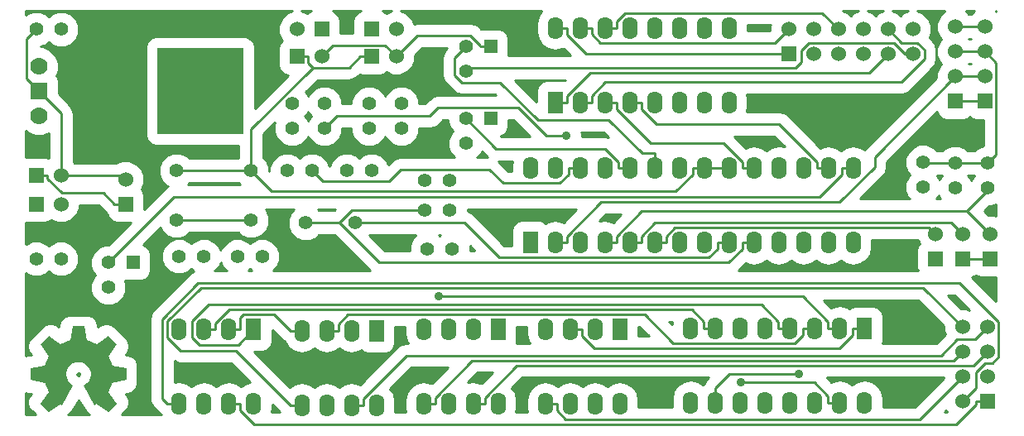
<source format=gtl>
G04 (created by PCBNEW (2013-jul-07)-stable) date 2014年08月03日 (週日) 21時30分56秒*
%MOIN*%
G04 Gerber Fmt 3.4, Leading zero omitted, Abs format*
%FSLAX34Y34*%
G01*
G70*
G90*
G04 APERTURE LIST*
%ADD10C,0.00590551*%
%ADD11R,0.06X0.06*%
%ADD12C,0.06*%
%ADD13C,0.055*%
%ADD14O,0.062X0.09*%
%ADD15R,0.062X0.09*%
%ADD16R,0.35X0.35*%
%ADD17C,0.07*%
%ADD18R,0.07X0.07*%
%ADD19C,0.056*%
%ADD20R,0.055X0.055*%
%ADD21C,0.035*%
%ADD22C,0.01*%
G04 APERTURE END LIST*
G54D10*
G54D11*
X43700Y-40150D03*
G54D12*
X43700Y-39150D03*
G54D13*
X45850Y-42250D03*
X46850Y-42250D03*
X48200Y-42250D03*
X49200Y-42250D03*
X55750Y-39200D03*
X56750Y-39200D03*
X55750Y-40400D03*
X56750Y-40400D03*
G54D14*
X61000Y-41700D03*
X62000Y-41700D03*
X63000Y-41700D03*
X64000Y-41700D03*
X65000Y-41700D03*
X66000Y-41700D03*
X67000Y-41700D03*
X68000Y-41700D03*
X69000Y-41700D03*
X70000Y-41700D03*
X71000Y-41700D03*
X72000Y-41700D03*
X73000Y-41700D03*
G54D15*
X60000Y-41700D03*
G54D14*
X73000Y-38700D03*
X72000Y-38700D03*
X71000Y-38700D03*
X70000Y-38700D03*
X69000Y-38700D03*
X68000Y-38700D03*
X67000Y-38700D03*
X66000Y-38700D03*
X65000Y-38700D03*
X64000Y-38700D03*
X63000Y-38700D03*
X62000Y-38700D03*
X61000Y-38700D03*
X60000Y-38700D03*
G54D11*
X40100Y-39000D03*
G54D12*
X41100Y-39000D03*
G54D11*
X40100Y-40150D03*
G54D12*
X41100Y-40150D03*
G54D11*
X77100Y-36000D03*
G54D12*
X77100Y-35000D03*
X77100Y-34000D03*
X77100Y-33000D03*
G54D11*
X78300Y-36000D03*
G54D12*
X78300Y-35000D03*
X78300Y-34000D03*
X78300Y-33000D03*
G54D11*
X78400Y-48100D03*
G54D12*
X77400Y-48100D03*
X78400Y-47100D03*
X77400Y-47100D03*
X78400Y-46100D03*
X77400Y-46100D03*
X78400Y-45100D03*
X77400Y-45100D03*
G54D11*
X70400Y-34100D03*
G54D12*
X70400Y-33100D03*
X71400Y-34100D03*
X71400Y-33100D03*
X72400Y-34100D03*
X72400Y-33100D03*
X73400Y-34100D03*
X73400Y-33100D03*
X74400Y-34100D03*
X74400Y-33100D03*
X75400Y-34100D03*
X75400Y-33100D03*
G54D11*
X51600Y-33100D03*
G54D12*
X50600Y-33100D03*
G54D11*
X53600Y-33100D03*
G54D12*
X54600Y-33100D03*
G54D13*
X40100Y-42350D03*
X41100Y-42350D03*
X75800Y-39450D03*
X75800Y-38450D03*
X77100Y-39500D03*
X77100Y-38500D03*
X78400Y-39500D03*
X78400Y-38500D03*
X55850Y-41950D03*
X56850Y-41950D03*
X41100Y-33100D03*
X40100Y-33100D03*
X51200Y-38800D03*
X50200Y-38800D03*
X53500Y-37100D03*
X53500Y-36100D03*
X54800Y-37100D03*
X54800Y-36100D03*
X53600Y-38800D03*
X52600Y-38800D03*
G54D11*
X76300Y-42350D03*
G54D12*
X76300Y-41350D03*
G54D11*
X77400Y-42350D03*
G54D12*
X77400Y-41350D03*
G54D11*
X78500Y-42350D03*
G54D12*
X78500Y-41350D03*
G54D13*
X48750Y-38800D03*
X48750Y-40800D03*
X45750Y-38800D03*
X45750Y-40800D03*
G54D16*
X46700Y-35600D03*
G54D17*
X40200Y-34600D03*
G54D18*
X40200Y-35600D03*
G54D17*
X40200Y-36600D03*
G54D15*
X53800Y-45250D03*
G54D14*
X52800Y-45250D03*
X51800Y-45250D03*
X50800Y-45250D03*
X50800Y-48250D03*
X51800Y-48250D03*
X52800Y-48250D03*
X53800Y-48250D03*
G54D15*
X58700Y-45200D03*
G54D14*
X57700Y-45200D03*
X56700Y-45200D03*
X55700Y-45200D03*
X55700Y-48200D03*
X56700Y-48200D03*
X57700Y-48200D03*
X58700Y-48200D03*
G54D15*
X63600Y-45200D03*
G54D14*
X62600Y-45200D03*
X61600Y-45200D03*
X60600Y-45200D03*
X60600Y-48200D03*
X61600Y-48200D03*
X62600Y-48200D03*
X63600Y-48200D03*
G54D15*
X73450Y-45150D03*
G54D14*
X72450Y-45150D03*
X71450Y-45150D03*
X70450Y-45150D03*
X69450Y-45150D03*
X68450Y-45150D03*
X67450Y-45150D03*
X66450Y-45150D03*
X66450Y-48150D03*
X67450Y-48150D03*
X68450Y-48150D03*
X69450Y-48150D03*
X70450Y-48150D03*
X71450Y-48150D03*
X72450Y-48150D03*
X73450Y-48150D03*
G54D15*
X48850Y-45200D03*
G54D14*
X47850Y-45200D03*
X46850Y-45200D03*
X45850Y-45200D03*
X45850Y-48200D03*
X46850Y-48200D03*
X47850Y-48200D03*
X48850Y-48200D03*
G54D19*
X50950Y-40900D03*
X52950Y-40900D03*
G54D20*
X58400Y-33800D03*
G54D13*
X57400Y-33800D03*
X57400Y-34800D03*
G54D10*
G36*
X42032Y-45065D02*
X42142Y-45655D01*
X41458Y-45655D01*
X41568Y-45065D01*
X42032Y-45065D01*
X42032Y-45065D01*
G37*
G36*
X43331Y-45796D02*
X42992Y-46291D01*
X42508Y-45807D01*
X43003Y-45468D01*
X43331Y-45796D01*
X43331Y-45796D01*
G37*
G36*
X43735Y-47232D02*
X43145Y-47342D01*
X43145Y-46658D01*
X43735Y-46768D01*
X43735Y-47232D01*
X43735Y-47232D01*
G37*
G36*
X43003Y-48531D02*
X42508Y-48192D01*
X42992Y-47708D01*
X43331Y-48203D01*
X43003Y-48531D01*
X43003Y-48531D01*
G37*
G36*
X40596Y-45468D02*
X41091Y-45807D01*
X40607Y-46291D01*
X40268Y-45796D01*
X40596Y-45468D01*
X40596Y-45468D01*
G37*
G36*
X39865Y-46768D02*
X40455Y-46658D01*
X40455Y-47342D01*
X39865Y-47232D01*
X39865Y-46768D01*
X39865Y-46768D01*
G37*
G36*
X40268Y-48203D02*
X40607Y-47708D01*
X41091Y-48192D01*
X40596Y-48531D01*
X40268Y-48203D01*
X40268Y-48203D01*
G37*
G36*
X42094Y-45606D02*
X41931Y-46508D01*
X41668Y-46508D01*
X41505Y-45606D01*
X42094Y-45606D01*
X42094Y-45606D01*
G37*
G36*
X41539Y-45599D02*
X41734Y-46495D01*
X41491Y-46595D01*
X40995Y-45825D01*
X41539Y-45599D01*
X41539Y-45599D01*
G37*
G36*
X42604Y-45825D02*
X42108Y-46595D01*
X41865Y-46495D01*
X42060Y-45599D01*
X42604Y-45825D01*
X42604Y-45825D01*
G37*
G36*
X42993Y-46223D02*
X42240Y-46745D01*
X42054Y-46559D01*
X42576Y-45806D01*
X42993Y-46223D01*
X42993Y-46223D01*
G37*
G36*
X41023Y-45806D02*
X41545Y-46559D01*
X41359Y-46745D01*
X40606Y-46223D01*
X41023Y-45806D01*
X41023Y-45806D01*
G37*
G36*
X43200Y-46739D02*
X42304Y-46934D01*
X42204Y-46691D01*
X42974Y-46195D01*
X43200Y-46739D01*
X43200Y-46739D01*
G37*
G36*
X40625Y-46195D02*
X41395Y-46691D01*
X41295Y-46934D01*
X40399Y-46739D01*
X40625Y-46195D01*
X40625Y-46195D01*
G37*
G36*
X43194Y-47294D02*
X42292Y-47131D01*
X42292Y-46868D01*
X43194Y-46705D01*
X43194Y-47294D01*
X43194Y-47294D01*
G37*
G36*
X40406Y-46705D02*
X41308Y-46868D01*
X41308Y-47131D01*
X40406Y-47294D01*
X40406Y-46705D01*
X40406Y-46705D01*
G37*
G36*
X40399Y-47260D02*
X41295Y-47065D01*
X41395Y-47308D01*
X40625Y-47804D01*
X40399Y-47260D01*
X40399Y-47260D01*
G37*
G36*
X42974Y-47804D02*
X42204Y-47308D01*
X42304Y-47065D01*
X43200Y-47260D01*
X42974Y-47804D01*
X42974Y-47804D01*
G37*
G36*
X42576Y-48193D02*
X42054Y-47440D01*
X42240Y-47254D01*
X42993Y-47776D01*
X42576Y-48193D01*
X42576Y-48193D01*
G37*
G36*
X40606Y-47776D02*
X41359Y-47254D01*
X41545Y-47440D01*
X41023Y-48193D01*
X40606Y-47776D01*
X40606Y-47776D01*
G37*
G36*
X40904Y-48077D02*
X41472Y-47372D01*
X41581Y-47445D01*
X41149Y-48241D01*
X40904Y-48077D01*
X40904Y-48077D01*
G37*
G36*
X42450Y-48241D02*
X42018Y-47445D01*
X42127Y-47372D01*
X42695Y-48077D01*
X42450Y-48241D01*
X42450Y-48241D01*
G37*
G54D20*
X44000Y-42500D03*
G54D13*
X43000Y-42500D03*
X43000Y-43500D03*
G54D20*
X58400Y-36700D03*
G54D13*
X57400Y-36700D03*
X57400Y-37700D03*
X51700Y-37100D03*
X51700Y-36100D03*
X50400Y-37100D03*
X50400Y-36100D03*
G54D15*
X61000Y-36050D03*
G54D14*
X62000Y-36050D03*
X63000Y-36050D03*
X64000Y-36050D03*
X65000Y-36050D03*
X66000Y-36050D03*
X67000Y-36050D03*
X68000Y-36050D03*
X68000Y-33050D03*
X67000Y-33050D03*
X66000Y-33050D03*
X65000Y-33050D03*
X64000Y-33050D03*
X63000Y-33050D03*
X62000Y-33050D03*
X61000Y-33050D03*
G54D11*
X50600Y-34200D03*
G54D12*
X51600Y-34200D03*
G54D11*
X53600Y-34200D03*
G54D12*
X54600Y-34200D03*
G54D21*
X70818Y-46987D03*
X61447Y-37403D03*
X68470Y-47329D03*
X56317Y-43860D03*
G54D22*
X67000Y-38700D02*
X68000Y-38700D01*
X49585Y-39635D02*
X48750Y-38800D01*
X65857Y-39635D02*
X49585Y-39635D01*
X66539Y-38953D02*
X65857Y-39635D01*
X66539Y-38700D02*
X66539Y-38953D01*
X67000Y-38700D02*
X66539Y-38700D01*
X48750Y-38800D02*
X45750Y-38800D01*
X78300Y-33000D02*
X77100Y-33000D01*
X77400Y-42350D02*
X78500Y-42350D01*
X53600Y-34200D02*
X53149Y-34200D01*
X50600Y-34200D02*
X51050Y-34200D01*
X51050Y-34466D02*
X51050Y-34200D01*
X51233Y-34650D02*
X51050Y-34466D01*
X52699Y-34650D02*
X51233Y-34650D01*
X53149Y-34200D02*
X52699Y-34650D01*
X48750Y-37133D02*
X48750Y-38800D01*
X51233Y-34650D02*
X48750Y-37133D01*
X76945Y-40895D02*
X77400Y-41350D01*
X65011Y-40895D02*
X76945Y-40895D01*
X64460Y-41446D02*
X65011Y-40895D01*
X64460Y-41700D02*
X64460Y-41446D01*
X64000Y-41700D02*
X64460Y-41700D01*
X78300Y-36000D02*
X77100Y-36000D01*
X78300Y-35000D02*
X77100Y-35000D01*
X73859Y-38240D02*
X77100Y-35000D01*
X73859Y-38656D02*
X73859Y-38240D01*
X72447Y-40067D02*
X73859Y-38656D01*
X62839Y-40067D02*
X72447Y-40067D01*
X61460Y-41446D02*
X62839Y-40067D01*
X61460Y-41700D02*
X61460Y-41446D01*
X61000Y-41700D02*
X61460Y-41700D01*
X45632Y-39867D02*
X43000Y-42500D01*
X71625Y-39867D02*
X45632Y-39867D01*
X72539Y-38953D02*
X71625Y-39867D01*
X72539Y-38700D02*
X72539Y-38953D01*
X73000Y-38700D02*
X72539Y-38700D01*
X67539Y-41700D02*
X68000Y-41700D01*
X67539Y-41953D02*
X67539Y-41700D01*
X67189Y-42303D02*
X67539Y-41953D01*
X58749Y-42303D02*
X67189Y-42303D01*
X57346Y-40900D02*
X58749Y-42303D01*
X52950Y-40900D02*
X57346Y-40900D01*
X52800Y-40400D02*
X52311Y-40889D01*
X55750Y-40400D02*
X52800Y-40400D01*
X52300Y-40900D02*
X52311Y-40889D01*
X50950Y-40900D02*
X52300Y-40900D01*
X68539Y-41700D02*
X69000Y-41700D01*
X68539Y-41953D02*
X68539Y-41700D01*
X67989Y-42503D02*
X68539Y-41953D01*
X53924Y-42503D02*
X67989Y-42503D01*
X52311Y-40889D02*
X53924Y-42503D01*
X68012Y-46987D02*
X70818Y-46987D01*
X67450Y-47550D02*
X68012Y-46987D01*
X67450Y-48150D02*
X67450Y-47550D01*
X63460Y-36050D02*
X63000Y-36050D01*
X63460Y-36308D02*
X63460Y-36050D01*
X64828Y-37677D02*
X63460Y-36308D01*
X67770Y-37677D02*
X64828Y-37677D01*
X68539Y-38446D02*
X67770Y-37677D01*
X68539Y-38700D02*
X68539Y-38446D01*
X69000Y-38700D02*
X68539Y-38700D01*
X64460Y-36050D02*
X64000Y-36050D01*
X64460Y-36308D02*
X64460Y-36050D01*
X65074Y-36922D02*
X64460Y-36308D01*
X70015Y-36922D02*
X65074Y-36922D01*
X71539Y-38446D02*
X70015Y-36922D01*
X71539Y-38700D02*
X71539Y-38446D01*
X72000Y-38700D02*
X71539Y-38700D01*
X39693Y-33506D02*
X40100Y-33100D01*
X39693Y-35093D02*
X39693Y-33506D01*
X40200Y-35600D02*
X39693Y-35093D01*
X43550Y-39000D02*
X43700Y-39150D01*
X41100Y-39000D02*
X43550Y-39000D01*
X41100Y-36500D02*
X40200Y-35600D01*
X41100Y-39000D02*
X41100Y-36500D01*
X75850Y-38500D02*
X75800Y-38450D01*
X77100Y-38500D02*
X75850Y-38500D01*
X78400Y-38500D02*
X77100Y-38500D01*
X78300Y-34000D02*
X77100Y-34000D01*
X78751Y-34451D02*
X78300Y-34000D01*
X78751Y-38148D02*
X78751Y-34451D01*
X78400Y-38500D02*
X78751Y-38148D01*
X52050Y-33749D02*
X51600Y-34200D01*
X54149Y-33749D02*
X52050Y-33749D01*
X54600Y-34200D02*
X54149Y-33749D01*
X55445Y-33354D02*
X54600Y-34200D01*
X57582Y-33354D02*
X55445Y-33354D01*
X57974Y-33746D02*
X57582Y-33354D01*
X57974Y-33800D02*
X57974Y-33746D01*
X58400Y-33800D02*
X57974Y-33800D01*
X58614Y-37914D02*
X57400Y-36700D01*
X63007Y-37914D02*
X58614Y-37914D01*
X63539Y-38446D02*
X63007Y-37914D01*
X63539Y-38700D02*
X63539Y-38446D01*
X64000Y-38700D02*
X63539Y-38700D01*
X51633Y-39233D02*
X51200Y-38800D01*
X54311Y-39233D02*
X51633Y-39233D01*
X54790Y-38754D02*
X54311Y-39233D01*
X58346Y-38754D02*
X54790Y-38754D01*
X58898Y-39306D02*
X58346Y-38754D01*
X61186Y-39306D02*
X58898Y-39306D01*
X61539Y-38953D02*
X61186Y-39306D01*
X61539Y-38700D02*
X61539Y-38953D01*
X62000Y-38700D02*
X61539Y-38700D01*
X52200Y-36600D02*
X51700Y-37100D01*
X55947Y-36600D02*
X52200Y-36600D01*
X56285Y-36262D02*
X55947Y-36600D01*
X59510Y-36262D02*
X56285Y-36262D01*
X60651Y-37403D02*
X59510Y-36262D01*
X61447Y-37403D02*
X60651Y-37403D01*
X77574Y-40425D02*
X78500Y-41350D01*
X78400Y-39600D02*
X77574Y-40425D01*
X78400Y-39500D02*
X78400Y-39600D01*
X63460Y-41700D02*
X63000Y-41700D01*
X63460Y-41446D02*
X63460Y-41700D01*
X64481Y-40425D02*
X63460Y-41446D01*
X77574Y-40425D02*
X64481Y-40425D01*
X77855Y-46644D02*
X78400Y-46100D01*
X59456Y-46644D02*
X77855Y-46644D01*
X58160Y-47941D02*
X59456Y-46644D01*
X58160Y-48200D02*
X58160Y-47941D01*
X57700Y-48200D02*
X58160Y-48200D01*
X56160Y-48200D02*
X55700Y-48200D01*
X56160Y-47941D02*
X56160Y-48200D01*
X57656Y-46444D02*
X56160Y-47941D01*
X77055Y-46444D02*
X57656Y-46444D01*
X77400Y-46100D02*
X77055Y-46444D01*
X77900Y-45600D02*
X78400Y-45100D01*
X77183Y-45600D02*
X77900Y-45600D01*
X76538Y-46244D02*
X77183Y-45600D01*
X55007Y-46244D02*
X76538Y-46244D01*
X53260Y-47991D02*
X55007Y-46244D01*
X53260Y-48250D02*
X53260Y-47991D01*
X52800Y-48250D02*
X53260Y-48250D01*
X75824Y-43524D02*
X77400Y-45100D01*
X46726Y-43524D02*
X75824Y-43524D01*
X45378Y-44871D02*
X46726Y-43524D01*
X45378Y-45520D02*
X45378Y-44871D01*
X45922Y-46063D02*
X45378Y-45520D01*
X48153Y-46063D02*
X45922Y-46063D01*
X50339Y-48250D02*
X48153Y-46063D01*
X50800Y-48250D02*
X50339Y-48250D01*
X50339Y-45250D02*
X50800Y-45250D01*
X49689Y-44600D02*
X50339Y-45250D01*
X48450Y-44600D02*
X49689Y-44600D01*
X48310Y-44739D02*
X48450Y-44600D01*
X48310Y-45200D02*
X48310Y-44739D01*
X47850Y-45200D02*
X48310Y-45200D01*
X62251Y-34100D02*
X70400Y-34100D01*
X61460Y-33308D02*
X62251Y-34100D01*
X61460Y-33050D02*
X61460Y-33308D01*
X61000Y-33050D02*
X61460Y-33050D01*
X69846Y-33653D02*
X70400Y-33100D01*
X62811Y-33653D02*
X69846Y-33653D01*
X62460Y-33303D02*
X62811Y-33653D01*
X62460Y-33050D02*
X62460Y-33303D01*
X62000Y-33050D02*
X62460Y-33050D01*
X74950Y-33649D02*
X74400Y-33100D01*
X75586Y-33649D02*
X74950Y-33649D01*
X75862Y-33925D02*
X75586Y-33649D01*
X75862Y-34290D02*
X75862Y-33925D01*
X74926Y-35226D02*
X75862Y-34290D01*
X63024Y-35226D02*
X74926Y-35226D01*
X62460Y-35791D02*
X63024Y-35226D01*
X62460Y-36050D02*
X62460Y-35791D01*
X62000Y-36050D02*
X62460Y-36050D01*
X77950Y-47550D02*
X77400Y-48100D01*
X77950Y-46913D02*
X77950Y-47550D01*
X78313Y-46550D02*
X77950Y-46913D01*
X78598Y-46550D02*
X78313Y-46550D01*
X78850Y-46298D02*
X78598Y-46550D01*
X78850Y-44882D02*
X78850Y-46298D01*
X77288Y-43321D02*
X78850Y-44882D01*
X46619Y-43321D02*
X77288Y-43321D01*
X45164Y-44776D02*
X46619Y-43321D01*
X45164Y-47974D02*
X45164Y-44776D01*
X45389Y-48200D02*
X45164Y-47974D01*
X45850Y-48200D02*
X45389Y-48200D01*
X75076Y-34100D02*
X75400Y-34100D01*
X74625Y-33649D02*
X75076Y-34100D01*
X71207Y-33649D02*
X74625Y-33649D01*
X70900Y-33956D02*
X71207Y-33649D01*
X70900Y-34415D02*
X70900Y-33956D01*
X70665Y-34650D02*
X70900Y-34415D01*
X57550Y-34650D02*
X70665Y-34650D01*
X57400Y-34800D02*
X57550Y-34650D01*
X48239Y-45810D02*
X48850Y-45200D01*
X46665Y-45810D02*
X48239Y-45810D01*
X46381Y-45526D02*
X46665Y-45810D01*
X46381Y-44855D02*
X46381Y-45526D01*
X47040Y-44197D02*
X46381Y-44855D01*
X69295Y-44197D02*
X47040Y-44197D01*
X69989Y-44891D02*
X69295Y-44197D01*
X69989Y-45150D02*
X69989Y-44891D01*
X70450Y-45150D02*
X69989Y-45150D01*
X66989Y-45150D02*
X67450Y-45150D01*
X66989Y-44891D02*
X66989Y-45150D01*
X66496Y-44397D02*
X66989Y-44891D01*
X47859Y-44397D02*
X66496Y-44397D01*
X47310Y-44946D02*
X47859Y-44397D01*
X47310Y-45200D02*
X47310Y-44946D01*
X46850Y-45200D02*
X47310Y-45200D01*
X72989Y-45150D02*
X73450Y-45150D01*
X72989Y-45408D02*
X72989Y-45150D01*
X72439Y-45959D02*
X72989Y-45408D01*
X62566Y-45959D02*
X72439Y-45959D01*
X62060Y-45453D02*
X62566Y-45959D01*
X62060Y-45200D02*
X62060Y-45453D01*
X61600Y-45200D02*
X62060Y-45200D01*
X71428Y-47329D02*
X68470Y-47329D01*
X71989Y-47891D02*
X71428Y-47329D01*
X71989Y-48150D02*
X71989Y-47891D01*
X72450Y-48150D02*
X71989Y-48150D01*
X70959Y-43860D02*
X56317Y-43860D01*
X71989Y-44891D02*
X70959Y-43860D01*
X71989Y-45150D02*
X71989Y-44891D01*
X72450Y-45150D02*
X71989Y-45150D01*
X71745Y-32445D02*
X72400Y-33100D01*
X63805Y-32445D02*
X71745Y-32445D01*
X63460Y-32791D02*
X63805Y-32445D01*
X63460Y-33050D02*
X63460Y-32791D01*
X63000Y-33050D02*
X63460Y-33050D01*
X73640Y-34859D02*
X74400Y-34100D01*
X62392Y-34859D02*
X73640Y-34859D01*
X61460Y-35791D02*
X62392Y-34859D01*
X61460Y-36050D02*
X61460Y-35791D01*
X61000Y-36050D02*
X61460Y-36050D01*
X70989Y-45150D02*
X71450Y-45150D01*
X70989Y-45408D02*
X70989Y-45150D01*
X70644Y-45754D02*
X70989Y-45408D01*
X65747Y-45754D02*
X70644Y-45754D01*
X64592Y-44599D02*
X65747Y-45754D01*
X52657Y-44599D02*
X64592Y-44599D01*
X52260Y-44996D02*
X52657Y-44599D01*
X52260Y-45250D02*
X52260Y-44996D01*
X51800Y-45250D02*
X52260Y-45250D01*
X40550Y-39000D02*
X40100Y-39000D01*
X40550Y-39112D02*
X40550Y-39000D01*
X41137Y-39700D02*
X40550Y-39112D01*
X42799Y-39700D02*
X41137Y-39700D01*
X43250Y-40150D02*
X42799Y-39700D01*
X43700Y-40150D02*
X43250Y-40150D01*
X75681Y-48818D02*
X77400Y-47100D01*
X61420Y-48818D02*
X75681Y-48818D01*
X61060Y-48458D02*
X61420Y-48818D01*
X61060Y-48200D02*
X61060Y-48458D01*
X60600Y-48200D02*
X61060Y-48200D01*
X77950Y-48100D02*
X78400Y-48100D01*
X77950Y-48212D02*
X77950Y-48100D01*
X77140Y-49021D02*
X77950Y-48212D01*
X48878Y-49021D02*
X77140Y-49021D01*
X48310Y-48453D02*
X48878Y-49021D01*
X48310Y-48200D02*
X48310Y-48453D01*
X47850Y-48200D02*
X48310Y-48200D01*
X45750Y-40800D02*
X48750Y-40800D01*
X56948Y-34251D02*
X57400Y-33800D01*
X56948Y-34951D02*
X56948Y-34251D01*
X57241Y-35243D02*
X56948Y-34951D01*
X58775Y-35243D02*
X57241Y-35243D01*
X60291Y-36759D02*
X58775Y-35243D01*
X63151Y-36759D02*
X60291Y-36759D01*
X64491Y-38099D02*
X63151Y-36759D01*
X65000Y-38099D02*
X64491Y-38099D01*
X65000Y-38700D02*
X65000Y-38099D01*
X76045Y-41095D02*
X76300Y-41350D01*
X65811Y-41095D02*
X76045Y-41095D01*
X65460Y-41446D02*
X65811Y-41095D01*
X65460Y-41700D02*
X65460Y-41446D01*
X65000Y-41700D02*
X65460Y-41700D01*
G54D10*
G36*
X40063Y-48626D02*
X39673Y-48626D01*
X39673Y-47742D01*
X39776Y-47785D01*
X39903Y-47785D01*
X39814Y-47874D01*
X39746Y-48037D01*
X39746Y-48213D01*
X39814Y-48376D01*
X39938Y-48501D01*
X40063Y-48626D01*
X40063Y-48626D01*
G37*
G54D22*
X40063Y-48626D02*
X39673Y-48626D01*
X39673Y-47742D01*
X39776Y-47785D01*
X39903Y-47785D01*
X39814Y-47874D01*
X39746Y-48037D01*
X39746Y-48213D01*
X39814Y-48376D01*
X39938Y-48501D01*
X40063Y-48626D01*
G54D10*
G36*
X40606Y-38305D02*
X40488Y-38256D01*
X40312Y-38256D01*
X39712Y-38256D01*
X39673Y-38272D01*
X39673Y-37195D01*
X39749Y-37272D01*
X40041Y-37393D01*
X40357Y-37393D01*
X40606Y-37290D01*
X40606Y-38305D01*
X40606Y-38305D01*
G37*
G54D22*
X40606Y-38305D02*
X40488Y-38256D01*
X40312Y-38256D01*
X39712Y-38256D01*
X39673Y-38272D01*
X39673Y-37195D01*
X39749Y-37272D01*
X40041Y-37393D01*
X40357Y-37393D01*
X40606Y-37290D01*
X40606Y-38305D01*
G54D10*
G36*
X41848Y-47008D02*
X41841Y-47025D01*
X41827Y-47038D01*
X41800Y-47057D01*
X41772Y-47038D01*
X41758Y-47025D01*
X41751Y-47008D01*
X41751Y-46991D01*
X41758Y-46974D01*
X41774Y-46958D01*
X41791Y-46951D01*
X41808Y-46951D01*
X41825Y-46958D01*
X41841Y-46974D01*
X41848Y-46991D01*
X41848Y-47008D01*
X41848Y-47008D01*
G37*
G54D22*
X41848Y-47008D02*
X41841Y-47025D01*
X41827Y-47038D01*
X41800Y-47057D01*
X41772Y-47038D01*
X41758Y-47025D01*
X41751Y-47008D01*
X41751Y-46991D01*
X41758Y-46974D01*
X41774Y-46958D01*
X41791Y-46951D01*
X41808Y-46951D01*
X41825Y-46958D01*
X41841Y-46974D01*
X41848Y-46991D01*
X41848Y-47008D01*
G54D10*
G36*
X42229Y-48626D02*
X41370Y-48626D01*
X41469Y-48560D01*
X41567Y-48414D01*
X41800Y-48065D01*
X42130Y-48560D01*
X42229Y-48626D01*
X42229Y-48626D01*
G37*
G54D22*
X42229Y-48626D02*
X41370Y-48626D01*
X41469Y-48560D01*
X41567Y-48414D01*
X41800Y-48065D01*
X42130Y-48560D01*
X42229Y-48626D01*
G54D10*
G36*
X47761Y-42827D02*
X47288Y-42827D01*
X47458Y-42657D01*
X47525Y-42498D01*
X47590Y-42656D01*
X47761Y-42827D01*
X47761Y-42827D01*
G37*
G54D22*
X47761Y-42827D02*
X47288Y-42827D01*
X47458Y-42657D01*
X47525Y-42498D01*
X47590Y-42656D01*
X47761Y-42827D01*
G54D10*
G36*
X48307Y-39373D02*
X46192Y-39373D01*
X46272Y-39293D01*
X48227Y-39293D01*
X48307Y-39373D01*
X48307Y-39373D01*
G37*
G54D22*
X48307Y-39373D02*
X46192Y-39373D01*
X46272Y-39293D01*
X48227Y-39293D01*
X48307Y-39373D01*
G54D10*
G36*
X48708Y-47316D02*
X48561Y-47346D01*
X48350Y-47487D01*
X48138Y-47346D01*
X47850Y-47288D01*
X47561Y-47346D01*
X47350Y-47487D01*
X47138Y-47346D01*
X46850Y-47288D01*
X46561Y-47346D01*
X46350Y-47487D01*
X46138Y-47346D01*
X45850Y-47288D01*
X45658Y-47326D01*
X45658Y-46469D01*
X45733Y-46519D01*
X45733Y-46519D01*
X45884Y-46550D01*
X45922Y-46557D01*
X45922Y-46557D01*
X45922Y-46557D01*
X47949Y-46557D01*
X48708Y-47316D01*
X48708Y-47316D01*
G37*
G54D22*
X48708Y-47316D02*
X48561Y-47346D01*
X48350Y-47487D01*
X48138Y-47346D01*
X47850Y-47288D01*
X47561Y-47346D01*
X47350Y-47487D01*
X47138Y-47346D01*
X46850Y-47288D01*
X46561Y-47346D01*
X46350Y-47487D01*
X46138Y-47346D01*
X45850Y-47288D01*
X45658Y-47326D01*
X45658Y-46469D01*
X45733Y-46519D01*
X45733Y-46519D01*
X45884Y-46550D01*
X45922Y-46557D01*
X45922Y-46557D01*
X45922Y-46557D01*
X47949Y-46557D01*
X48708Y-47316D01*
G54D10*
G36*
X48761Y-42827D02*
X48638Y-42827D01*
X48699Y-42766D01*
X48761Y-42827D01*
X48761Y-42827D01*
G37*
G54D22*
X48761Y-42827D02*
X48638Y-42827D01*
X48699Y-42766D01*
X48761Y-42827D01*
G54D10*
G36*
X49919Y-48527D02*
X49569Y-48527D01*
X49603Y-48357D01*
X49603Y-48211D01*
X49919Y-48527D01*
X49919Y-48527D01*
G37*
G54D22*
X49919Y-48527D02*
X49569Y-48527D01*
X49603Y-48357D01*
X49603Y-48211D01*
X49919Y-48527D01*
G54D10*
G36*
X50411Y-32373D02*
X50179Y-32469D01*
X49969Y-32678D01*
X49856Y-32951D01*
X49856Y-33247D01*
X49969Y-33520D01*
X50010Y-33562D01*
X49924Y-33648D01*
X49856Y-33811D01*
X49856Y-33987D01*
X49856Y-34587D01*
X49923Y-34751D01*
X50048Y-34875D01*
X50211Y-34943D01*
X50241Y-34943D01*
X48893Y-36291D01*
X48893Y-33762D01*
X48826Y-33598D01*
X48701Y-33474D01*
X48538Y-33406D01*
X48362Y-33406D01*
X44862Y-33406D01*
X44698Y-33473D01*
X44574Y-33598D01*
X44506Y-33761D01*
X44506Y-33937D01*
X44506Y-37437D01*
X44573Y-37601D01*
X44698Y-37725D01*
X44861Y-37793D01*
X45037Y-37793D01*
X48256Y-37793D01*
X48256Y-38277D01*
X48227Y-38306D01*
X46272Y-38306D01*
X46157Y-38191D01*
X45893Y-38081D01*
X45607Y-38081D01*
X45343Y-38190D01*
X45141Y-38392D01*
X45031Y-38656D01*
X45031Y-38942D01*
X45140Y-39206D01*
X45342Y-39408D01*
X45406Y-39435D01*
X45283Y-39518D01*
X44443Y-40358D01*
X44443Y-39762D01*
X44376Y-39598D01*
X44335Y-39558D01*
X44443Y-39298D01*
X44443Y-39002D01*
X44330Y-38729D01*
X44121Y-38519D01*
X43848Y-38406D01*
X43552Y-38406D01*
X43310Y-38506D01*
X41657Y-38506D01*
X41593Y-38441D01*
X41593Y-36500D01*
X41556Y-36311D01*
X41449Y-36150D01*
X40993Y-35695D01*
X40993Y-35162D01*
X40926Y-34998D01*
X40903Y-34975D01*
X40993Y-34758D01*
X40993Y-34442D01*
X40873Y-34150D01*
X40650Y-33927D01*
X40358Y-33806D01*
X40272Y-33806D01*
X40506Y-33709D01*
X40599Y-33616D01*
X40692Y-33708D01*
X40956Y-33818D01*
X41242Y-33818D01*
X41506Y-33709D01*
X41708Y-33507D01*
X41818Y-33243D01*
X41818Y-32957D01*
X41709Y-32693D01*
X41507Y-32491D01*
X41243Y-32381D01*
X40957Y-32381D01*
X40693Y-32490D01*
X40600Y-32583D01*
X40507Y-32491D01*
X40243Y-32381D01*
X39957Y-32381D01*
X39693Y-32490D01*
X39673Y-32510D01*
X39673Y-32373D01*
X50411Y-32373D01*
X50411Y-32373D01*
G37*
G54D22*
X50411Y-32373D02*
X50179Y-32469D01*
X49969Y-32678D01*
X49856Y-32951D01*
X49856Y-33247D01*
X49969Y-33520D01*
X50010Y-33562D01*
X49924Y-33648D01*
X49856Y-33811D01*
X49856Y-33987D01*
X49856Y-34587D01*
X49923Y-34751D01*
X50048Y-34875D01*
X50211Y-34943D01*
X50241Y-34943D01*
X48893Y-36291D01*
X48893Y-33762D01*
X48826Y-33598D01*
X48701Y-33474D01*
X48538Y-33406D01*
X48362Y-33406D01*
X44862Y-33406D01*
X44698Y-33473D01*
X44574Y-33598D01*
X44506Y-33761D01*
X44506Y-33937D01*
X44506Y-37437D01*
X44573Y-37601D01*
X44698Y-37725D01*
X44861Y-37793D01*
X45037Y-37793D01*
X48256Y-37793D01*
X48256Y-38277D01*
X48227Y-38306D01*
X46272Y-38306D01*
X46157Y-38191D01*
X45893Y-38081D01*
X45607Y-38081D01*
X45343Y-38190D01*
X45141Y-38392D01*
X45031Y-38656D01*
X45031Y-38942D01*
X45140Y-39206D01*
X45342Y-39408D01*
X45406Y-39435D01*
X45283Y-39518D01*
X44443Y-40358D01*
X44443Y-39762D01*
X44376Y-39598D01*
X44335Y-39558D01*
X44443Y-39298D01*
X44443Y-39002D01*
X44330Y-38729D01*
X44121Y-38519D01*
X43848Y-38406D01*
X43552Y-38406D01*
X43310Y-38506D01*
X41657Y-38506D01*
X41593Y-38441D01*
X41593Y-36500D01*
X41556Y-36311D01*
X41449Y-36150D01*
X40993Y-35695D01*
X40993Y-35162D01*
X40926Y-34998D01*
X40903Y-34975D01*
X40993Y-34758D01*
X40993Y-34442D01*
X40873Y-34150D01*
X40650Y-33927D01*
X40358Y-33806D01*
X40272Y-33806D01*
X40506Y-33709D01*
X40599Y-33616D01*
X40692Y-33708D01*
X40956Y-33818D01*
X41242Y-33818D01*
X41506Y-33709D01*
X41708Y-33507D01*
X41818Y-33243D01*
X41818Y-32957D01*
X41709Y-32693D01*
X41507Y-32491D01*
X41243Y-32381D01*
X40957Y-32381D01*
X40693Y-32490D01*
X40600Y-32583D01*
X40507Y-32491D01*
X40243Y-32381D01*
X39957Y-32381D01*
X39693Y-32490D01*
X39673Y-32510D01*
X39673Y-32373D01*
X50411Y-32373D01*
G54D10*
G36*
X51170Y-32373D02*
X51048Y-32423D01*
X51008Y-32464D01*
X50789Y-32373D01*
X51170Y-32373D01*
X51170Y-32373D01*
G37*
G54D22*
X51170Y-32373D02*
X51048Y-32423D01*
X51008Y-32464D01*
X50789Y-32373D01*
X51170Y-32373D01*
G54D10*
G36*
X51183Y-36599D02*
X51091Y-36692D01*
X51050Y-36791D01*
X51009Y-36693D01*
X50916Y-36600D01*
X51008Y-36507D01*
X51049Y-36408D01*
X51090Y-36506D01*
X51183Y-36599D01*
X51183Y-36599D01*
G37*
G54D22*
X51183Y-36599D02*
X51091Y-36692D01*
X51050Y-36791D01*
X51009Y-36693D01*
X50916Y-36600D01*
X51008Y-36507D01*
X51049Y-36408D01*
X51090Y-36506D01*
X51183Y-36599D01*
G54D10*
G36*
X52141Y-40361D02*
X52095Y-40406D01*
X51479Y-40406D01*
X51434Y-40361D01*
X52141Y-40361D01*
X52141Y-40361D01*
G37*
G54D22*
X52141Y-40361D02*
X52095Y-40406D01*
X51479Y-40406D01*
X51434Y-40361D01*
X52141Y-40361D01*
G54D10*
G36*
X53170Y-32373D02*
X53048Y-32423D01*
X52924Y-32548D01*
X52856Y-32711D01*
X52856Y-32887D01*
X52856Y-33256D01*
X52343Y-33256D01*
X52343Y-32712D01*
X52276Y-32548D01*
X52151Y-32424D01*
X52029Y-32373D01*
X53170Y-32373D01*
X53170Y-32373D01*
G37*
G54D22*
X53170Y-32373D02*
X53048Y-32423D01*
X52924Y-32548D01*
X52856Y-32711D01*
X52856Y-32887D01*
X52856Y-33256D01*
X52343Y-33256D01*
X52343Y-32712D01*
X52276Y-32548D01*
X52151Y-32424D01*
X52029Y-32373D01*
X53170Y-32373D01*
G54D10*
G36*
X53551Y-42827D02*
X49638Y-42827D01*
X49808Y-42657D01*
X49918Y-42393D01*
X49918Y-42107D01*
X49809Y-41843D01*
X49607Y-41641D01*
X49343Y-41531D01*
X49057Y-41531D01*
X48793Y-41640D01*
X48700Y-41733D01*
X48607Y-41641D01*
X48343Y-41531D01*
X48057Y-41531D01*
X47793Y-41640D01*
X47591Y-41842D01*
X47524Y-42001D01*
X47459Y-41843D01*
X47257Y-41641D01*
X46993Y-41531D01*
X46707Y-41531D01*
X46443Y-41640D01*
X46350Y-41733D01*
X46257Y-41641D01*
X45993Y-41531D01*
X45707Y-41531D01*
X45443Y-41640D01*
X45241Y-41842D01*
X45131Y-42106D01*
X45131Y-42392D01*
X45240Y-42656D01*
X45442Y-42858D01*
X45706Y-42968D01*
X45992Y-42968D01*
X46256Y-42859D01*
X46349Y-42766D01*
X46442Y-42858D01*
X46448Y-42861D01*
X46430Y-42865D01*
X46270Y-42972D01*
X44815Y-44427D01*
X44708Y-44587D01*
X44670Y-44776D01*
X44670Y-47974D01*
X44689Y-48068D01*
X44708Y-48162D01*
X44708Y-48162D01*
X44708Y-48163D01*
X44761Y-48243D01*
X44814Y-48322D01*
X45039Y-48548D01*
X45148Y-48621D01*
X45149Y-48626D01*
X43536Y-48626D01*
X43785Y-48377D01*
X43853Y-48214D01*
X43853Y-48037D01*
X43785Y-47874D01*
X43696Y-47785D01*
X43822Y-47785D01*
X43986Y-47718D01*
X44110Y-47593D01*
X44178Y-47430D01*
X44178Y-47254D01*
X44178Y-46570D01*
X44111Y-46406D01*
X43986Y-46282D01*
X43823Y-46214D01*
X43696Y-46214D01*
X43785Y-46125D01*
X43853Y-45962D01*
X43853Y-45786D01*
X43785Y-45623D01*
X43661Y-45498D01*
X43177Y-45014D01*
X43014Y-44946D01*
X42837Y-44946D01*
X42674Y-45014D01*
X42585Y-45103D01*
X42585Y-44977D01*
X42518Y-44813D01*
X42393Y-44689D01*
X42230Y-44621D01*
X42054Y-44621D01*
X41370Y-44621D01*
X41206Y-44688D01*
X41082Y-44813D01*
X41014Y-44976D01*
X41014Y-45103D01*
X40925Y-45014D01*
X40762Y-44946D01*
X40586Y-44946D01*
X40423Y-45014D01*
X40298Y-45138D01*
X39814Y-45622D01*
X39746Y-45785D01*
X39746Y-45962D01*
X39814Y-46125D01*
X39903Y-46214D01*
X39777Y-46214D01*
X39673Y-46257D01*
X39673Y-42939D01*
X39692Y-42958D01*
X39956Y-43068D01*
X40242Y-43068D01*
X40506Y-42959D01*
X40599Y-42866D01*
X40692Y-42958D01*
X40956Y-43068D01*
X41242Y-43068D01*
X41506Y-42959D01*
X41708Y-42757D01*
X41818Y-42493D01*
X41818Y-42207D01*
X41709Y-41943D01*
X41507Y-41741D01*
X41243Y-41631D01*
X40957Y-41631D01*
X40693Y-41740D01*
X40600Y-41833D01*
X40507Y-41741D01*
X40243Y-41631D01*
X39957Y-41631D01*
X39693Y-41740D01*
X39673Y-41760D01*
X39673Y-40877D01*
X39711Y-40893D01*
X39887Y-40893D01*
X40487Y-40893D01*
X40651Y-40826D01*
X40691Y-40785D01*
X40951Y-40893D01*
X41247Y-40893D01*
X41520Y-40780D01*
X41730Y-40571D01*
X41843Y-40298D01*
X41843Y-40193D01*
X42595Y-40193D01*
X42900Y-40499D01*
X42956Y-40536D01*
X42956Y-40537D01*
X43023Y-40701D01*
X43148Y-40825D01*
X43311Y-40893D01*
X43487Y-40893D01*
X43908Y-40893D01*
X43020Y-41781D01*
X42857Y-41781D01*
X42593Y-41890D01*
X42391Y-42092D01*
X42281Y-42356D01*
X42281Y-42642D01*
X42390Y-42906D01*
X42483Y-42999D01*
X42391Y-43092D01*
X42281Y-43356D01*
X42281Y-43642D01*
X42390Y-43906D01*
X42592Y-44108D01*
X42856Y-44218D01*
X43142Y-44218D01*
X43406Y-44109D01*
X43608Y-43907D01*
X43718Y-43643D01*
X43718Y-43357D01*
X43661Y-43218D01*
X43812Y-43218D01*
X44362Y-43218D01*
X44526Y-43151D01*
X44650Y-43026D01*
X44718Y-42863D01*
X44718Y-42687D01*
X44718Y-42137D01*
X44651Y-41973D01*
X44526Y-41849D01*
X44401Y-41796D01*
X45096Y-41101D01*
X45140Y-41206D01*
X45342Y-41408D01*
X45606Y-41518D01*
X45892Y-41518D01*
X46156Y-41409D01*
X46272Y-41293D01*
X48227Y-41293D01*
X48342Y-41408D01*
X48606Y-41518D01*
X48892Y-41518D01*
X49156Y-41409D01*
X49358Y-41207D01*
X49468Y-40943D01*
X49468Y-40657D01*
X49359Y-40393D01*
X49327Y-40361D01*
X50465Y-40361D01*
X50336Y-40489D01*
X50226Y-40755D01*
X50226Y-41043D01*
X50336Y-41309D01*
X50539Y-41513D01*
X50805Y-41623D01*
X51093Y-41623D01*
X51359Y-41513D01*
X51479Y-41393D01*
X52117Y-41393D01*
X53551Y-42827D01*
X53551Y-42827D01*
G37*
G54D22*
X53551Y-42827D02*
X49638Y-42827D01*
X49808Y-42657D01*
X49918Y-42393D01*
X49918Y-42107D01*
X49809Y-41843D01*
X49607Y-41641D01*
X49343Y-41531D01*
X49057Y-41531D01*
X48793Y-41640D01*
X48700Y-41733D01*
X48607Y-41641D01*
X48343Y-41531D01*
X48057Y-41531D01*
X47793Y-41640D01*
X47591Y-41842D01*
X47524Y-42001D01*
X47459Y-41843D01*
X47257Y-41641D01*
X46993Y-41531D01*
X46707Y-41531D01*
X46443Y-41640D01*
X46350Y-41733D01*
X46257Y-41641D01*
X45993Y-41531D01*
X45707Y-41531D01*
X45443Y-41640D01*
X45241Y-41842D01*
X45131Y-42106D01*
X45131Y-42392D01*
X45240Y-42656D01*
X45442Y-42858D01*
X45706Y-42968D01*
X45992Y-42968D01*
X46256Y-42859D01*
X46349Y-42766D01*
X46442Y-42858D01*
X46448Y-42861D01*
X46430Y-42865D01*
X46270Y-42972D01*
X44815Y-44427D01*
X44708Y-44587D01*
X44670Y-44776D01*
X44670Y-47974D01*
X44689Y-48068D01*
X44708Y-48162D01*
X44708Y-48162D01*
X44708Y-48163D01*
X44761Y-48243D01*
X44814Y-48322D01*
X45039Y-48548D01*
X45148Y-48621D01*
X45149Y-48626D01*
X43536Y-48626D01*
X43785Y-48377D01*
X43853Y-48214D01*
X43853Y-48037D01*
X43785Y-47874D01*
X43696Y-47785D01*
X43822Y-47785D01*
X43986Y-47718D01*
X44110Y-47593D01*
X44178Y-47430D01*
X44178Y-47254D01*
X44178Y-46570D01*
X44111Y-46406D01*
X43986Y-46282D01*
X43823Y-46214D01*
X43696Y-46214D01*
X43785Y-46125D01*
X43853Y-45962D01*
X43853Y-45786D01*
X43785Y-45623D01*
X43661Y-45498D01*
X43177Y-45014D01*
X43014Y-44946D01*
X42837Y-44946D01*
X42674Y-45014D01*
X42585Y-45103D01*
X42585Y-44977D01*
X42518Y-44813D01*
X42393Y-44689D01*
X42230Y-44621D01*
X42054Y-44621D01*
X41370Y-44621D01*
X41206Y-44688D01*
X41082Y-44813D01*
X41014Y-44976D01*
X41014Y-45103D01*
X40925Y-45014D01*
X40762Y-44946D01*
X40586Y-44946D01*
X40423Y-45014D01*
X40298Y-45138D01*
X39814Y-45622D01*
X39746Y-45785D01*
X39746Y-45962D01*
X39814Y-46125D01*
X39903Y-46214D01*
X39777Y-46214D01*
X39673Y-46257D01*
X39673Y-42939D01*
X39692Y-42958D01*
X39956Y-43068D01*
X40242Y-43068D01*
X40506Y-42959D01*
X40599Y-42866D01*
X40692Y-42958D01*
X40956Y-43068D01*
X41242Y-43068D01*
X41506Y-42959D01*
X41708Y-42757D01*
X41818Y-42493D01*
X41818Y-42207D01*
X41709Y-41943D01*
X41507Y-41741D01*
X41243Y-41631D01*
X40957Y-41631D01*
X40693Y-41740D01*
X40600Y-41833D01*
X40507Y-41741D01*
X40243Y-41631D01*
X39957Y-41631D01*
X39693Y-41740D01*
X39673Y-41760D01*
X39673Y-40877D01*
X39711Y-40893D01*
X39887Y-40893D01*
X40487Y-40893D01*
X40651Y-40826D01*
X40691Y-40785D01*
X40951Y-40893D01*
X41247Y-40893D01*
X41520Y-40780D01*
X41730Y-40571D01*
X41843Y-40298D01*
X41843Y-40193D01*
X42595Y-40193D01*
X42900Y-40499D01*
X42956Y-40536D01*
X42956Y-40537D01*
X43023Y-40701D01*
X43148Y-40825D01*
X43311Y-40893D01*
X43487Y-40893D01*
X43908Y-40893D01*
X43020Y-41781D01*
X42857Y-41781D01*
X42593Y-41890D01*
X42391Y-42092D01*
X42281Y-42356D01*
X42281Y-42642D01*
X42390Y-42906D01*
X42483Y-42999D01*
X42391Y-43092D01*
X42281Y-43356D01*
X42281Y-43642D01*
X42390Y-43906D01*
X42592Y-44108D01*
X42856Y-44218D01*
X43142Y-44218D01*
X43406Y-44109D01*
X43608Y-43907D01*
X43718Y-43643D01*
X43718Y-43357D01*
X43661Y-43218D01*
X43812Y-43218D01*
X44362Y-43218D01*
X44526Y-43151D01*
X44650Y-43026D01*
X44718Y-42863D01*
X44718Y-42687D01*
X44718Y-42137D01*
X44651Y-41973D01*
X44526Y-41849D01*
X44401Y-41796D01*
X45096Y-41101D01*
X45140Y-41206D01*
X45342Y-41408D01*
X45606Y-41518D01*
X45892Y-41518D01*
X46156Y-41409D01*
X46272Y-41293D01*
X48227Y-41293D01*
X48342Y-41408D01*
X48606Y-41518D01*
X48892Y-41518D01*
X49156Y-41409D01*
X49358Y-41207D01*
X49468Y-40943D01*
X49468Y-40657D01*
X49359Y-40393D01*
X49327Y-40361D01*
X50465Y-40361D01*
X50336Y-40489D01*
X50226Y-40755D01*
X50226Y-41043D01*
X50336Y-41309D01*
X50539Y-41513D01*
X50805Y-41623D01*
X51093Y-41623D01*
X51359Y-41513D01*
X51479Y-41393D01*
X52117Y-41393D01*
X53551Y-42827D01*
G54D10*
G36*
X54411Y-32373D02*
X54191Y-32464D01*
X54151Y-32424D01*
X54029Y-32373D01*
X54411Y-32373D01*
X54411Y-32373D01*
G37*
G54D22*
X54411Y-32373D02*
X54191Y-32464D01*
X54151Y-32424D01*
X54029Y-32373D01*
X54411Y-32373D01*
G54D10*
G36*
X55073Y-45750D02*
X55007Y-45750D01*
X54818Y-45788D01*
X54657Y-45895D01*
X54657Y-45895D01*
X53129Y-47423D01*
X53088Y-47396D01*
X52800Y-47338D01*
X52511Y-47396D01*
X52300Y-47537D01*
X52088Y-47396D01*
X51800Y-47338D01*
X51511Y-47396D01*
X51300Y-47537D01*
X51088Y-47396D01*
X50800Y-47338D01*
X50511Y-47396D01*
X50315Y-47527D01*
X48882Y-46093D01*
X49247Y-46093D01*
X49411Y-46026D01*
X49535Y-45901D01*
X49603Y-45738D01*
X49603Y-45562D01*
X49603Y-45212D01*
X49990Y-45599D01*
X49990Y-45599D01*
X50086Y-45663D01*
X50098Y-45671D01*
X50103Y-45695D01*
X50267Y-45940D01*
X50511Y-46103D01*
X50800Y-46161D01*
X51088Y-46103D01*
X51300Y-45962D01*
X51511Y-46103D01*
X51800Y-46161D01*
X52088Y-46103D01*
X52300Y-45962D01*
X52511Y-46103D01*
X52800Y-46161D01*
X53088Y-46103D01*
X53195Y-46032D01*
X53238Y-46075D01*
X53401Y-46143D01*
X53577Y-46143D01*
X54197Y-46143D01*
X54361Y-46076D01*
X54485Y-45951D01*
X54553Y-45788D01*
X54553Y-45612D01*
X54553Y-45092D01*
X54946Y-45092D01*
X54946Y-45357D01*
X55003Y-45645D01*
X55073Y-45750D01*
X55073Y-45750D01*
G37*
G54D22*
X55073Y-45750D02*
X55007Y-45750D01*
X54818Y-45788D01*
X54657Y-45895D01*
X54657Y-45895D01*
X53129Y-47423D01*
X53088Y-47396D01*
X52800Y-47338D01*
X52511Y-47396D01*
X52300Y-47537D01*
X52088Y-47396D01*
X51800Y-47338D01*
X51511Y-47396D01*
X51300Y-47537D01*
X51088Y-47396D01*
X50800Y-47338D01*
X50511Y-47396D01*
X50315Y-47527D01*
X48882Y-46093D01*
X49247Y-46093D01*
X49411Y-46026D01*
X49535Y-45901D01*
X49603Y-45738D01*
X49603Y-45562D01*
X49603Y-45212D01*
X49990Y-45599D01*
X49990Y-45599D01*
X50086Y-45663D01*
X50098Y-45671D01*
X50103Y-45695D01*
X50267Y-45940D01*
X50511Y-46103D01*
X50800Y-46161D01*
X51088Y-46103D01*
X51300Y-45962D01*
X51511Y-46103D01*
X51800Y-46161D01*
X52088Y-46103D01*
X52300Y-45962D01*
X52511Y-46103D01*
X52800Y-46161D01*
X53088Y-46103D01*
X53195Y-46032D01*
X53238Y-46075D01*
X53401Y-46143D01*
X53577Y-46143D01*
X54197Y-46143D01*
X54361Y-46076D01*
X54485Y-45951D01*
X54553Y-45788D01*
X54553Y-45612D01*
X54553Y-45092D01*
X54946Y-45092D01*
X54946Y-45357D01*
X55003Y-45645D01*
X55073Y-45750D01*
G54D10*
G36*
X55389Y-41393D02*
X55241Y-41542D01*
X55131Y-41806D01*
X55131Y-42009D01*
X54129Y-42009D01*
X53513Y-41393D01*
X55389Y-41393D01*
X55389Y-41393D01*
G37*
G54D22*
X55389Y-41393D02*
X55241Y-41542D01*
X55131Y-41806D01*
X55131Y-42009D01*
X54129Y-42009D01*
X53513Y-41393D01*
X55389Y-41393D01*
G54D10*
G36*
X56389Y-41393D02*
X56350Y-41433D01*
X56310Y-41393D01*
X56389Y-41393D01*
X56389Y-41393D01*
G37*
G54D22*
X56389Y-41393D02*
X56350Y-41433D01*
X56310Y-41393D01*
X56389Y-41393D01*
G54D10*
G36*
X56665Y-46738D02*
X56029Y-47373D01*
X55988Y-47346D01*
X55700Y-47288D01*
X55411Y-47346D01*
X55167Y-47509D01*
X55003Y-47754D01*
X54946Y-48042D01*
X54946Y-48357D01*
X54980Y-48527D01*
X54529Y-48527D01*
X54553Y-48407D01*
X54553Y-48092D01*
X54496Y-47804D01*
X54355Y-47593D01*
X55211Y-46738D01*
X56665Y-46738D01*
X56665Y-46738D01*
G37*
G54D22*
X56665Y-46738D02*
X56029Y-47373D01*
X55988Y-47346D01*
X55700Y-47288D01*
X55411Y-47346D01*
X55167Y-47509D01*
X55003Y-47754D01*
X54946Y-48042D01*
X54946Y-48357D01*
X54980Y-48527D01*
X54529Y-48527D01*
X54553Y-48407D01*
X54553Y-48092D01*
X54496Y-47804D01*
X54355Y-47593D01*
X55211Y-46738D01*
X56665Y-46738D01*
G54D10*
G36*
X56944Y-38261D02*
X54790Y-38261D01*
X54790Y-38261D01*
X54601Y-38298D01*
X54440Y-38405D01*
X54280Y-38565D01*
X54209Y-38393D01*
X54007Y-38191D01*
X53743Y-38081D01*
X53457Y-38081D01*
X53193Y-38190D01*
X53100Y-38283D01*
X53007Y-38191D01*
X52743Y-38081D01*
X52457Y-38081D01*
X52193Y-38190D01*
X51991Y-38392D01*
X51899Y-38611D01*
X51809Y-38393D01*
X51607Y-38191D01*
X51343Y-38081D01*
X51057Y-38081D01*
X50793Y-38190D01*
X50700Y-38283D01*
X50607Y-38191D01*
X50343Y-38081D01*
X50057Y-38081D01*
X49793Y-38190D01*
X49591Y-38392D01*
X49481Y-38656D01*
X49481Y-38833D01*
X49468Y-38820D01*
X49468Y-38657D01*
X49359Y-38393D01*
X49243Y-38277D01*
X49243Y-37338D01*
X49721Y-36860D01*
X49681Y-36956D01*
X49681Y-37242D01*
X49790Y-37506D01*
X49992Y-37708D01*
X50256Y-37818D01*
X50542Y-37818D01*
X50806Y-37709D01*
X51008Y-37507D01*
X51049Y-37408D01*
X51090Y-37506D01*
X51292Y-37708D01*
X51556Y-37818D01*
X51842Y-37818D01*
X52106Y-37709D01*
X52308Y-37507D01*
X52418Y-37243D01*
X52418Y-37093D01*
X52781Y-37093D01*
X52781Y-37242D01*
X52890Y-37506D01*
X53092Y-37708D01*
X53356Y-37818D01*
X53642Y-37818D01*
X53906Y-37709D01*
X54108Y-37507D01*
X54149Y-37408D01*
X54190Y-37506D01*
X54392Y-37708D01*
X54656Y-37818D01*
X54942Y-37818D01*
X55206Y-37709D01*
X55408Y-37507D01*
X55518Y-37243D01*
X55518Y-37093D01*
X55947Y-37093D01*
X56136Y-37056D01*
X56296Y-36949D01*
X56489Y-36755D01*
X56681Y-36755D01*
X56681Y-36842D01*
X56790Y-37106D01*
X56883Y-37199D01*
X56791Y-37292D01*
X56681Y-37556D01*
X56681Y-37842D01*
X56790Y-38106D01*
X56944Y-38261D01*
X56944Y-38261D01*
G37*
G54D22*
X56944Y-38261D02*
X54790Y-38261D01*
X54790Y-38261D01*
X54601Y-38298D01*
X54440Y-38405D01*
X54280Y-38565D01*
X54209Y-38393D01*
X54007Y-38191D01*
X53743Y-38081D01*
X53457Y-38081D01*
X53193Y-38190D01*
X53100Y-38283D01*
X53007Y-38191D01*
X52743Y-38081D01*
X52457Y-38081D01*
X52193Y-38190D01*
X51991Y-38392D01*
X51899Y-38611D01*
X51809Y-38393D01*
X51607Y-38191D01*
X51343Y-38081D01*
X51057Y-38081D01*
X50793Y-38190D01*
X50700Y-38283D01*
X50607Y-38191D01*
X50343Y-38081D01*
X50057Y-38081D01*
X49793Y-38190D01*
X49591Y-38392D01*
X49481Y-38656D01*
X49481Y-38833D01*
X49468Y-38820D01*
X49468Y-38657D01*
X49359Y-38393D01*
X49243Y-38277D01*
X49243Y-37338D01*
X49721Y-36860D01*
X49681Y-36956D01*
X49681Y-37242D01*
X49790Y-37506D01*
X49992Y-37708D01*
X50256Y-37818D01*
X50542Y-37818D01*
X50806Y-37709D01*
X51008Y-37507D01*
X51049Y-37408D01*
X51090Y-37506D01*
X51292Y-37708D01*
X51556Y-37818D01*
X51842Y-37818D01*
X52106Y-37709D01*
X52308Y-37507D01*
X52418Y-37243D01*
X52418Y-37093D01*
X52781Y-37093D01*
X52781Y-37242D01*
X52890Y-37506D01*
X53092Y-37708D01*
X53356Y-37818D01*
X53642Y-37818D01*
X53906Y-37709D01*
X54108Y-37507D01*
X54149Y-37408D01*
X54190Y-37506D01*
X54392Y-37708D01*
X54656Y-37818D01*
X54942Y-37818D01*
X55206Y-37709D01*
X55408Y-37507D01*
X55518Y-37243D01*
X55518Y-37093D01*
X55947Y-37093D01*
X56136Y-37056D01*
X56296Y-36949D01*
X56489Y-36755D01*
X56681Y-36755D01*
X56681Y-36842D01*
X56790Y-37106D01*
X56883Y-37199D01*
X56791Y-37292D01*
X56681Y-37556D01*
X56681Y-37842D01*
X56790Y-38106D01*
X56944Y-38261D01*
G54D10*
G36*
X57757Y-42009D02*
X57568Y-42009D01*
X57568Y-41820D01*
X57757Y-42009D01*
X57757Y-42009D01*
G37*
G54D22*
X57757Y-42009D02*
X57568Y-42009D01*
X57568Y-41820D01*
X57757Y-42009D01*
G54D10*
G36*
X58262Y-38261D02*
X57855Y-38261D01*
X58008Y-38107D01*
X58038Y-38036D01*
X58262Y-38261D01*
X58262Y-38261D01*
G37*
G54D22*
X58262Y-38261D02*
X57855Y-38261D01*
X58008Y-38107D01*
X58038Y-38036D01*
X58262Y-38261D01*
G54D10*
G36*
X58465Y-46938D02*
X58029Y-47373D01*
X57988Y-47346D01*
X57700Y-47288D01*
X57464Y-47335D01*
X57861Y-46938D01*
X58465Y-46938D01*
X58465Y-46938D01*
G37*
G54D22*
X58465Y-46938D02*
X58029Y-47373D01*
X57988Y-47346D01*
X57700Y-47288D01*
X57464Y-47335D01*
X57861Y-46938D01*
X58465Y-46938D01*
G54D10*
G36*
X58602Y-35768D02*
X56285Y-35768D01*
X56096Y-35806D01*
X55936Y-35913D01*
X55743Y-36106D01*
X55518Y-36106D01*
X55518Y-35957D01*
X55409Y-35693D01*
X55207Y-35491D01*
X54943Y-35381D01*
X54657Y-35381D01*
X54393Y-35490D01*
X54191Y-35692D01*
X54150Y-35791D01*
X54109Y-35693D01*
X53907Y-35491D01*
X53643Y-35381D01*
X53357Y-35381D01*
X53093Y-35490D01*
X52891Y-35692D01*
X52781Y-35956D01*
X52781Y-36106D01*
X52418Y-36106D01*
X52418Y-35957D01*
X52309Y-35693D01*
X52107Y-35491D01*
X51843Y-35381D01*
X51557Y-35381D01*
X51293Y-35490D01*
X51091Y-35692D01*
X51050Y-35791D01*
X51009Y-35693D01*
X50949Y-35632D01*
X51438Y-35143D01*
X52699Y-35143D01*
X52888Y-35106D01*
X53048Y-34999D01*
X53135Y-34912D01*
X53211Y-34943D01*
X53387Y-34943D01*
X53987Y-34943D01*
X54151Y-34876D01*
X54191Y-34835D01*
X54451Y-34943D01*
X54747Y-34943D01*
X55020Y-34830D01*
X55230Y-34621D01*
X55343Y-34348D01*
X55343Y-34154D01*
X55650Y-33848D01*
X56653Y-33848D01*
X56599Y-33901D01*
X56492Y-34062D01*
X56455Y-34251D01*
X56455Y-34951D01*
X56492Y-35140D01*
X56599Y-35300D01*
X56892Y-35592D01*
X57052Y-35699D01*
X57241Y-35737D01*
X57241Y-35737D01*
X58571Y-35737D01*
X58602Y-35768D01*
X58602Y-35768D01*
G37*
G54D22*
X58602Y-35768D02*
X56285Y-35768D01*
X56096Y-35806D01*
X55936Y-35913D01*
X55743Y-36106D01*
X55518Y-36106D01*
X55518Y-35957D01*
X55409Y-35693D01*
X55207Y-35491D01*
X54943Y-35381D01*
X54657Y-35381D01*
X54393Y-35490D01*
X54191Y-35692D01*
X54150Y-35791D01*
X54109Y-35693D01*
X53907Y-35491D01*
X53643Y-35381D01*
X53357Y-35381D01*
X53093Y-35490D01*
X52891Y-35692D01*
X52781Y-35956D01*
X52781Y-36106D01*
X52418Y-36106D01*
X52418Y-35957D01*
X52309Y-35693D01*
X52107Y-35491D01*
X51843Y-35381D01*
X51557Y-35381D01*
X51293Y-35490D01*
X51091Y-35692D01*
X51050Y-35791D01*
X51009Y-35693D01*
X50949Y-35632D01*
X51438Y-35143D01*
X52699Y-35143D01*
X52888Y-35106D01*
X53048Y-34999D01*
X53135Y-34912D01*
X53211Y-34943D01*
X53387Y-34943D01*
X53987Y-34943D01*
X54151Y-34876D01*
X54191Y-34835D01*
X54451Y-34943D01*
X54747Y-34943D01*
X55020Y-34830D01*
X55230Y-34621D01*
X55343Y-34348D01*
X55343Y-34154D01*
X55650Y-33848D01*
X56653Y-33848D01*
X56599Y-33901D01*
X56492Y-34062D01*
X56455Y-34251D01*
X56455Y-34951D01*
X56492Y-35140D01*
X56599Y-35300D01*
X56892Y-35592D01*
X57052Y-35699D01*
X57241Y-35737D01*
X57241Y-35737D01*
X58571Y-35737D01*
X58602Y-35768D01*
G54D10*
G36*
X59272Y-38408D02*
X59246Y-38542D01*
X59246Y-38812D01*
X59102Y-38812D01*
X58698Y-38408D01*
X59272Y-38408D01*
X59272Y-38408D01*
G37*
G54D22*
X59272Y-38408D02*
X59246Y-38542D01*
X59246Y-38812D01*
X59102Y-38812D01*
X58698Y-38408D01*
X59272Y-38408D01*
G54D10*
G36*
X59971Y-37421D02*
X58819Y-37421D01*
X58801Y-37402D01*
X58926Y-37351D01*
X59050Y-37226D01*
X59118Y-37063D01*
X59118Y-36887D01*
X59118Y-36755D01*
X59306Y-36755D01*
X59971Y-37421D01*
X59971Y-37421D01*
G37*
G54D22*
X59971Y-37421D02*
X58819Y-37421D01*
X58801Y-37402D01*
X58926Y-37351D01*
X59050Y-37226D01*
X59118Y-37063D01*
X59118Y-36887D01*
X59118Y-36755D01*
X59306Y-36755D01*
X59971Y-37421D01*
G54D10*
G36*
X59973Y-45750D02*
X59448Y-45750D01*
X59453Y-45738D01*
X59453Y-45562D01*
X59453Y-45092D01*
X59846Y-45092D01*
X59846Y-45357D01*
X59903Y-45645D01*
X59973Y-45750D01*
X59973Y-45750D01*
G37*
G54D22*
X59973Y-45750D02*
X59448Y-45750D01*
X59453Y-45738D01*
X59453Y-45562D01*
X59453Y-45092D01*
X59846Y-45092D01*
X59846Y-45357D01*
X59903Y-45645D01*
X59973Y-45750D01*
G54D10*
G36*
X61409Y-35143D02*
X61396Y-35156D01*
X61222Y-35156D01*
X60602Y-35156D01*
X60438Y-35223D01*
X60314Y-35348D01*
X60246Y-35511D01*
X60246Y-35687D01*
X60246Y-36016D01*
X59373Y-35143D01*
X61409Y-35143D01*
X61409Y-35143D01*
G37*
G54D22*
X61409Y-35143D02*
X61396Y-35156D01*
X61222Y-35156D01*
X60602Y-35156D01*
X60438Y-35223D01*
X60314Y-35348D01*
X60246Y-35511D01*
X60246Y-35687D01*
X60246Y-36016D01*
X59373Y-35143D01*
X61409Y-35143D01*
G54D10*
G36*
X61609Y-34156D02*
X59118Y-34156D01*
X59118Y-33987D01*
X59118Y-33437D01*
X59051Y-33273D01*
X58926Y-33149D01*
X58763Y-33081D01*
X58587Y-33081D01*
X58037Y-33081D01*
X58016Y-33089D01*
X57931Y-33005D01*
X57771Y-32898D01*
X57582Y-32860D01*
X55445Y-32860D01*
X55316Y-32886D01*
X55230Y-32679D01*
X55021Y-32469D01*
X54789Y-32373D01*
X60457Y-32373D01*
X60303Y-32604D01*
X60246Y-32892D01*
X60246Y-33207D01*
X60303Y-33495D01*
X60467Y-33740D01*
X60711Y-33903D01*
X61000Y-33961D01*
X61288Y-33903D01*
X61329Y-33876D01*
X61609Y-34156D01*
X61609Y-34156D01*
G37*
G54D22*
X61609Y-34156D02*
X59118Y-34156D01*
X59118Y-33987D01*
X59118Y-33437D01*
X59051Y-33273D01*
X58926Y-33149D01*
X58763Y-33081D01*
X58587Y-33081D01*
X58037Y-33081D01*
X58016Y-33089D01*
X57931Y-33005D01*
X57771Y-32898D01*
X57582Y-32860D01*
X55445Y-32860D01*
X55316Y-32886D01*
X55230Y-32679D01*
X55021Y-32469D01*
X54789Y-32373D01*
X60457Y-32373D01*
X60303Y-32604D01*
X60246Y-32892D01*
X60246Y-33207D01*
X60303Y-33495D01*
X60467Y-33740D01*
X60711Y-33903D01*
X61000Y-33961D01*
X61288Y-33903D01*
X61329Y-33876D01*
X61609Y-34156D01*
G54D10*
G36*
X61847Y-40361D02*
X61332Y-40875D01*
X61288Y-40846D01*
X61000Y-40788D01*
X60711Y-40846D01*
X60604Y-40917D01*
X60561Y-40874D01*
X60398Y-40806D01*
X60222Y-40806D01*
X59602Y-40806D01*
X59438Y-40873D01*
X59314Y-40998D01*
X59246Y-41161D01*
X59246Y-41337D01*
X59246Y-41809D01*
X58954Y-41809D01*
X57695Y-40550D01*
X57535Y-40443D01*
X57468Y-40430D01*
X57468Y-40361D01*
X61847Y-40361D01*
X61847Y-40361D01*
G37*
G54D22*
X61847Y-40361D02*
X61332Y-40875D01*
X61288Y-40846D01*
X61000Y-40788D01*
X60711Y-40846D01*
X60604Y-40917D01*
X60561Y-40874D01*
X60398Y-40806D01*
X60222Y-40806D01*
X59602Y-40806D01*
X59438Y-40873D01*
X59314Y-40998D01*
X59246Y-41161D01*
X59246Y-41337D01*
X59246Y-41809D01*
X58954Y-41809D01*
X57695Y-40550D01*
X57535Y-40443D01*
X57468Y-40430D01*
X57468Y-40361D01*
X61847Y-40361D01*
G54D10*
G36*
X63141Y-37447D02*
X63007Y-37421D01*
X62065Y-37421D01*
X62065Y-37280D01*
X62054Y-37253D01*
X62947Y-37253D01*
X63141Y-37447D01*
X63141Y-37447D01*
G37*
G54D22*
X63141Y-37447D02*
X63007Y-37421D01*
X62065Y-37421D01*
X62065Y-37280D01*
X62054Y-37253D01*
X62947Y-37253D01*
X63141Y-37447D01*
G54D10*
G36*
X63647Y-40561D02*
X63332Y-40875D01*
X63288Y-40846D01*
X63000Y-40788D01*
X62770Y-40834D01*
X63043Y-40561D01*
X63647Y-40561D01*
X63647Y-40561D01*
G37*
G54D22*
X63647Y-40561D02*
X63332Y-40875D01*
X63288Y-40846D01*
X63000Y-40788D01*
X62770Y-40834D01*
X63043Y-40561D01*
X63647Y-40561D01*
G54D10*
G36*
X64760Y-45465D02*
X64353Y-45465D01*
X64353Y-45092D01*
X64387Y-45092D01*
X64760Y-45465D01*
X64760Y-45465D01*
G37*
G54D22*
X64760Y-45465D02*
X64353Y-45465D01*
X64353Y-45092D01*
X64387Y-45092D01*
X64760Y-45465D01*
G54D10*
G36*
X65716Y-44890D02*
X65696Y-44992D01*
X65696Y-45005D01*
X65582Y-44890D01*
X65716Y-44890D01*
X65716Y-44890D01*
G37*
G54D22*
X65716Y-44890D02*
X65696Y-44992D01*
X65696Y-45005D01*
X65582Y-44890D01*
X65716Y-44890D01*
G54D10*
G36*
X67163Y-47138D02*
X67100Y-47200D01*
X66993Y-47361D01*
X66983Y-47415D01*
X66950Y-47437D01*
X66738Y-47296D01*
X66450Y-47238D01*
X66161Y-47296D01*
X65917Y-47459D01*
X65753Y-47704D01*
X65696Y-47992D01*
X65696Y-48307D01*
X65699Y-48325D01*
X64353Y-48325D01*
X64353Y-48042D01*
X64296Y-47754D01*
X64132Y-47509D01*
X63888Y-47346D01*
X63600Y-47288D01*
X63311Y-47346D01*
X63100Y-47487D01*
X62888Y-47346D01*
X62600Y-47288D01*
X62311Y-47346D01*
X62100Y-47487D01*
X61888Y-47346D01*
X61600Y-47288D01*
X61311Y-47346D01*
X61100Y-47487D01*
X60888Y-47346D01*
X60600Y-47288D01*
X60311Y-47346D01*
X60067Y-47509D01*
X59903Y-47754D01*
X59846Y-48042D01*
X59846Y-48357D01*
X59880Y-48527D01*
X59419Y-48527D01*
X59453Y-48357D01*
X59453Y-48042D01*
X59396Y-47754D01*
X59255Y-47543D01*
X59661Y-47138D01*
X67163Y-47138D01*
X67163Y-47138D01*
G37*
G54D22*
X67163Y-47138D02*
X67100Y-47200D01*
X66993Y-47361D01*
X66983Y-47415D01*
X66950Y-47437D01*
X66738Y-47296D01*
X66450Y-47238D01*
X66161Y-47296D01*
X65917Y-47459D01*
X65753Y-47704D01*
X65696Y-47992D01*
X65696Y-48307D01*
X65699Y-48325D01*
X64353Y-48325D01*
X64353Y-48042D01*
X64296Y-47754D01*
X64132Y-47509D01*
X63888Y-47346D01*
X63600Y-47288D01*
X63311Y-47346D01*
X63100Y-47487D01*
X62888Y-47346D01*
X62600Y-47288D01*
X62311Y-47346D01*
X62100Y-47487D01*
X61888Y-47346D01*
X61600Y-47288D01*
X61311Y-47346D01*
X61100Y-47487D01*
X60888Y-47346D01*
X60600Y-47288D01*
X60311Y-47346D01*
X60067Y-47509D01*
X59903Y-47754D01*
X59846Y-48042D01*
X59846Y-48357D01*
X59880Y-48527D01*
X59419Y-48527D01*
X59453Y-48357D01*
X59453Y-48042D01*
X59396Y-47754D01*
X59255Y-47543D01*
X59661Y-47138D01*
X67163Y-47138D01*
G54D10*
G36*
X69661Y-32939D02*
X69656Y-32951D01*
X69656Y-33145D01*
X69641Y-33160D01*
X68753Y-33160D01*
X68753Y-32939D01*
X69661Y-32939D01*
X69661Y-32939D01*
G37*
G54D22*
X69661Y-32939D02*
X69656Y-32951D01*
X69656Y-33145D01*
X69641Y-33160D01*
X68753Y-33160D01*
X68753Y-32939D01*
X69661Y-32939D01*
G54D10*
G36*
X70229Y-37834D02*
X70000Y-37788D01*
X69711Y-37846D01*
X69500Y-37987D01*
X69288Y-37846D01*
X69000Y-37788D01*
X68711Y-37846D01*
X68667Y-37875D01*
X68207Y-37416D01*
X69811Y-37416D01*
X70229Y-37834D01*
X70229Y-37834D01*
G37*
G54D22*
X70229Y-37834D02*
X70000Y-37788D01*
X69711Y-37846D01*
X69500Y-37987D01*
X69288Y-37846D01*
X69000Y-37788D01*
X68711Y-37846D01*
X68667Y-37875D01*
X68207Y-37416D01*
X69811Y-37416D01*
X70229Y-37834D01*
G54D10*
G36*
X73211Y-32373D02*
X72979Y-32469D01*
X72900Y-32548D01*
X72821Y-32469D01*
X72589Y-32373D01*
X73211Y-32373D01*
X73211Y-32373D01*
G37*
G54D22*
X73211Y-32373D02*
X72979Y-32469D01*
X72900Y-32548D01*
X72821Y-32469D01*
X72589Y-32373D01*
X73211Y-32373D01*
G54D10*
G36*
X74211Y-32373D02*
X73979Y-32469D01*
X73900Y-32548D01*
X73821Y-32469D01*
X73589Y-32373D01*
X74211Y-32373D01*
X74211Y-32373D01*
G37*
G54D22*
X74211Y-32373D02*
X73979Y-32469D01*
X73900Y-32548D01*
X73821Y-32469D01*
X73589Y-32373D01*
X74211Y-32373D01*
G54D10*
G36*
X75211Y-32373D02*
X74979Y-32469D01*
X74900Y-32548D01*
X74821Y-32469D01*
X74589Y-32373D01*
X75211Y-32373D01*
X75211Y-32373D01*
G37*
G54D22*
X75211Y-32373D02*
X74979Y-32469D01*
X74900Y-32548D01*
X74821Y-32469D01*
X74589Y-32373D01*
X75211Y-32373D01*
G54D10*
G36*
X75664Y-41758D02*
X75624Y-41798D01*
X75556Y-41961D01*
X75556Y-42137D01*
X75556Y-42737D01*
X75593Y-42827D01*
X68363Y-42827D01*
X68667Y-42524D01*
X68711Y-42553D01*
X69000Y-42611D01*
X69288Y-42553D01*
X69500Y-42412D01*
X69711Y-42553D01*
X70000Y-42611D01*
X70288Y-42553D01*
X70500Y-42412D01*
X70711Y-42553D01*
X71000Y-42611D01*
X71288Y-42553D01*
X71500Y-42412D01*
X71711Y-42553D01*
X72000Y-42611D01*
X72288Y-42553D01*
X72500Y-42412D01*
X72711Y-42553D01*
X73000Y-42611D01*
X73288Y-42553D01*
X73532Y-42390D01*
X73696Y-42145D01*
X73753Y-41857D01*
X73753Y-41589D01*
X75594Y-41589D01*
X75664Y-41758D01*
X75664Y-41758D01*
G37*
G54D22*
X75664Y-41758D02*
X75624Y-41798D01*
X75556Y-41961D01*
X75556Y-42137D01*
X75556Y-42737D01*
X75593Y-42827D01*
X68363Y-42827D01*
X68667Y-42524D01*
X68711Y-42553D01*
X69000Y-42611D01*
X69288Y-42553D01*
X69500Y-42412D01*
X69711Y-42553D01*
X70000Y-42611D01*
X70288Y-42553D01*
X70500Y-42412D01*
X70711Y-42553D01*
X71000Y-42611D01*
X71288Y-42553D01*
X71500Y-42412D01*
X71711Y-42553D01*
X72000Y-42611D01*
X72288Y-42553D01*
X72500Y-42412D01*
X72711Y-42553D01*
X73000Y-42611D01*
X73288Y-42553D01*
X73532Y-42390D01*
X73696Y-42145D01*
X73753Y-41857D01*
X73753Y-41589D01*
X75594Y-41589D01*
X75664Y-41758D01*
G54D10*
G36*
X76515Y-39931D02*
X76334Y-39931D01*
X76408Y-39857D01*
X76439Y-39783D01*
X76490Y-39906D01*
X76515Y-39931D01*
X76515Y-39931D01*
G37*
G54D22*
X76515Y-39931D02*
X76334Y-39931D01*
X76408Y-39857D01*
X76439Y-39783D01*
X76490Y-39906D01*
X76515Y-39931D01*
G54D10*
G36*
X76583Y-38999D02*
X76491Y-39092D01*
X76460Y-39166D01*
X76409Y-39043D01*
X76360Y-38993D01*
X76577Y-38993D01*
X76583Y-38999D01*
X76583Y-38999D01*
G37*
G54D22*
X76583Y-38999D02*
X76491Y-39092D01*
X76460Y-39166D01*
X76409Y-39043D01*
X76360Y-38993D01*
X76577Y-38993D01*
X76583Y-38999D01*
G54D10*
G36*
X76656Y-47138D02*
X76656Y-47145D01*
X75476Y-48325D01*
X74200Y-48325D01*
X74203Y-48307D01*
X74203Y-47992D01*
X74146Y-47704D01*
X73982Y-47459D01*
X73738Y-47296D01*
X73450Y-47238D01*
X73161Y-47296D01*
X72950Y-47437D01*
X72738Y-47296D01*
X72450Y-47238D01*
X72161Y-47296D01*
X72120Y-47323D01*
X71934Y-47138D01*
X76656Y-47138D01*
X76656Y-47138D01*
G37*
G54D22*
X76656Y-47138D02*
X76656Y-47145D01*
X75476Y-48325D01*
X74200Y-48325D01*
X74203Y-48307D01*
X74203Y-47992D01*
X74146Y-47704D01*
X73982Y-47459D01*
X73738Y-47296D01*
X73450Y-47238D01*
X73161Y-47296D01*
X72950Y-47437D01*
X72738Y-47296D01*
X72450Y-47238D01*
X72161Y-47296D01*
X72120Y-47323D01*
X71934Y-47138D01*
X76656Y-47138D01*
G54D10*
G36*
X76675Y-32373D02*
X76469Y-32578D01*
X76356Y-32851D01*
X76356Y-33147D01*
X76469Y-33420D01*
X76548Y-33499D01*
X76469Y-33578D01*
X76356Y-33851D01*
X76356Y-34147D01*
X76469Y-34420D01*
X76548Y-34499D01*
X76469Y-34578D01*
X76356Y-34851D01*
X76356Y-35045D01*
X73509Y-37891D01*
X73462Y-37962D01*
X73288Y-37846D01*
X73000Y-37788D01*
X72711Y-37846D01*
X72500Y-37987D01*
X72288Y-37846D01*
X72000Y-37788D01*
X71711Y-37846D01*
X71667Y-37875D01*
X70364Y-36573D01*
X70204Y-36466D01*
X70015Y-36428D01*
X68709Y-36428D01*
X68753Y-36207D01*
X68753Y-35892D01*
X68719Y-35720D01*
X74926Y-35720D01*
X75115Y-35682D01*
X75275Y-35575D01*
X76211Y-34639D01*
X76318Y-34479D01*
X76356Y-34290D01*
X76355Y-34290D01*
X76355Y-33926D01*
X76356Y-33925D01*
X76318Y-33736D01*
X76211Y-33576D01*
X76067Y-33432D01*
X76143Y-33248D01*
X76143Y-32952D01*
X76030Y-32679D01*
X75821Y-32469D01*
X75589Y-32373D01*
X76675Y-32373D01*
X76675Y-32373D01*
G37*
G54D22*
X76675Y-32373D02*
X76469Y-32578D01*
X76356Y-32851D01*
X76356Y-33147D01*
X76469Y-33420D01*
X76548Y-33499D01*
X76469Y-33578D01*
X76356Y-33851D01*
X76356Y-34147D01*
X76469Y-34420D01*
X76548Y-34499D01*
X76469Y-34578D01*
X76356Y-34851D01*
X76356Y-35045D01*
X73509Y-37891D01*
X73462Y-37962D01*
X73288Y-37846D01*
X73000Y-37788D01*
X72711Y-37846D01*
X72500Y-37987D01*
X72288Y-37846D01*
X72000Y-37788D01*
X71711Y-37846D01*
X71667Y-37875D01*
X70364Y-36573D01*
X70204Y-36466D01*
X70015Y-36428D01*
X68709Y-36428D01*
X68753Y-36207D01*
X68753Y-35892D01*
X68719Y-35720D01*
X74926Y-35720D01*
X75115Y-35682D01*
X75275Y-35575D01*
X76211Y-34639D01*
X76318Y-34479D01*
X76356Y-34290D01*
X76355Y-34290D01*
X76355Y-33926D01*
X76356Y-33925D01*
X76318Y-33736D01*
X76211Y-33576D01*
X76067Y-33432D01*
X76143Y-33248D01*
X76143Y-32952D01*
X76030Y-32679D01*
X75821Y-32469D01*
X75589Y-32373D01*
X76675Y-32373D01*
G54D10*
G36*
X76709Y-45375D02*
X76334Y-45750D01*
X74177Y-45750D01*
X74203Y-45688D01*
X74203Y-45512D01*
X74203Y-44612D01*
X74136Y-44448D01*
X74011Y-44324D01*
X73848Y-44256D01*
X73672Y-44256D01*
X73052Y-44256D01*
X72888Y-44323D01*
X72845Y-44367D01*
X72738Y-44296D01*
X72450Y-44238D01*
X72161Y-44296D01*
X72120Y-44323D01*
X71814Y-44017D01*
X75619Y-44017D01*
X76656Y-45054D01*
X76656Y-45247D01*
X76709Y-45375D01*
X76709Y-45375D01*
G37*
G54D22*
X76709Y-45375D02*
X76334Y-45750D01*
X74177Y-45750D01*
X74203Y-45688D01*
X74203Y-45512D01*
X74203Y-44612D01*
X74136Y-44448D01*
X74011Y-44324D01*
X73848Y-44256D01*
X73672Y-44256D01*
X73052Y-44256D01*
X72888Y-44323D01*
X72845Y-44367D01*
X72738Y-44296D01*
X72450Y-44238D01*
X72161Y-44296D01*
X72120Y-44323D01*
X71814Y-44017D01*
X75619Y-44017D01*
X76656Y-45054D01*
X76656Y-45247D01*
X76709Y-45375D01*
G54D10*
G36*
X76775Y-48527D02*
X76670Y-48527D01*
X76742Y-48455D01*
X76769Y-48520D01*
X76775Y-48527D01*
X76775Y-48527D01*
G37*
G54D22*
X76775Y-48527D02*
X76670Y-48527D01*
X76742Y-48455D01*
X76769Y-48520D01*
X76775Y-48527D01*
G54D10*
G36*
X77680Y-44411D02*
X77548Y-44356D01*
X77354Y-44356D01*
X76813Y-43814D01*
X77084Y-43814D01*
X77680Y-44411D01*
X77680Y-44411D01*
G37*
G54D22*
X77680Y-44411D02*
X77548Y-44356D01*
X77354Y-44356D01*
X76813Y-43814D01*
X77084Y-43814D01*
X77680Y-44411D01*
G54D10*
G36*
X77748Y-33499D02*
X77741Y-33506D01*
X77657Y-33506D01*
X77651Y-33500D01*
X77658Y-33493D01*
X77742Y-33493D01*
X77748Y-33499D01*
X77748Y-33499D01*
G37*
G54D22*
X77748Y-33499D02*
X77741Y-33506D01*
X77657Y-33506D01*
X77651Y-33500D01*
X77658Y-33493D01*
X77742Y-33493D01*
X77748Y-33499D01*
G54D10*
G36*
X77748Y-34499D02*
X77741Y-34506D01*
X77657Y-34506D01*
X77651Y-34500D01*
X77658Y-34493D01*
X77742Y-34493D01*
X77748Y-34499D01*
X77748Y-34499D01*
G37*
G54D22*
X77748Y-34499D02*
X77741Y-34506D01*
X77657Y-34506D01*
X77651Y-34500D01*
X77658Y-34493D01*
X77742Y-34493D01*
X77748Y-34499D01*
G54D10*
G36*
X77875Y-32373D02*
X77741Y-32506D01*
X77657Y-32506D01*
X77525Y-32373D01*
X77875Y-32373D01*
X77875Y-32373D01*
G37*
G54D22*
X77875Y-32373D02*
X77741Y-32506D01*
X77657Y-32506D01*
X77525Y-32373D01*
X77875Y-32373D01*
G54D10*
G36*
X77883Y-38999D02*
X77791Y-39092D01*
X77750Y-39191D01*
X77709Y-39093D01*
X77616Y-39000D01*
X77622Y-38993D01*
X77877Y-38993D01*
X77883Y-38999D01*
X77883Y-38999D01*
G37*
G54D22*
X77883Y-38999D02*
X77791Y-39092D01*
X77750Y-39191D01*
X77709Y-39093D01*
X77616Y-39000D01*
X77622Y-38993D01*
X77877Y-38993D01*
X77883Y-38999D01*
G54D10*
G36*
X78257Y-37781D02*
X77993Y-37890D01*
X77877Y-38006D01*
X77622Y-38006D01*
X77507Y-37891D01*
X77243Y-37781D01*
X76957Y-37781D01*
X76693Y-37890D01*
X76577Y-38006D01*
X76372Y-38006D01*
X76207Y-37841D01*
X75943Y-37731D01*
X75657Y-37731D01*
X75393Y-37840D01*
X75191Y-38042D01*
X75081Y-38306D01*
X75081Y-38592D01*
X75190Y-38856D01*
X75283Y-38949D01*
X75191Y-39042D01*
X75081Y-39306D01*
X75081Y-39592D01*
X75190Y-39856D01*
X75265Y-39931D01*
X73282Y-39931D01*
X74208Y-39005D01*
X74315Y-38845D01*
X74352Y-38656D01*
X74352Y-38655D01*
X74352Y-38445D01*
X76372Y-36426D01*
X76423Y-36551D01*
X76548Y-36675D01*
X76711Y-36743D01*
X76887Y-36743D01*
X77487Y-36743D01*
X77651Y-36676D01*
X77699Y-36627D01*
X77748Y-36675D01*
X77911Y-36743D01*
X78087Y-36743D01*
X78257Y-36743D01*
X78257Y-37781D01*
X78257Y-37781D01*
G37*
G54D22*
X78257Y-37781D02*
X77993Y-37890D01*
X77877Y-38006D01*
X77622Y-38006D01*
X77507Y-37891D01*
X77243Y-37781D01*
X76957Y-37781D01*
X76693Y-37890D01*
X76577Y-38006D01*
X76372Y-38006D01*
X76207Y-37841D01*
X75943Y-37731D01*
X75657Y-37731D01*
X75393Y-37840D01*
X75191Y-38042D01*
X75081Y-38306D01*
X75081Y-38592D01*
X75190Y-38856D01*
X75283Y-38949D01*
X75191Y-39042D01*
X75081Y-39306D01*
X75081Y-39592D01*
X75190Y-39856D01*
X75265Y-39931D01*
X73282Y-39931D01*
X74208Y-39005D01*
X74315Y-38845D01*
X74352Y-38656D01*
X74352Y-38655D01*
X74352Y-38445D01*
X76372Y-36426D01*
X76423Y-36551D01*
X76548Y-36675D01*
X76711Y-36743D01*
X76887Y-36743D01*
X77487Y-36743D01*
X77651Y-36676D01*
X77699Y-36627D01*
X77748Y-36675D01*
X77911Y-36743D01*
X78087Y-36743D01*
X78257Y-36743D01*
X78257Y-37781D01*
G54D10*
G36*
X78726Y-32374D02*
X78725Y-32373D01*
X78726Y-32373D01*
X78726Y-32374D01*
X78726Y-32374D01*
G37*
G54D22*
X78726Y-32374D02*
X78725Y-32373D01*
X78726Y-32373D01*
X78726Y-32374D01*
G54D10*
G36*
X78726Y-40638D02*
X78648Y-40606D01*
X78454Y-40606D01*
X78273Y-40425D01*
X78479Y-40218D01*
X78542Y-40218D01*
X78726Y-40142D01*
X78726Y-40638D01*
X78726Y-40638D01*
G37*
G54D22*
X78726Y-40638D02*
X78648Y-40606D01*
X78454Y-40606D01*
X78273Y-40425D01*
X78479Y-40218D01*
X78542Y-40218D01*
X78726Y-40142D01*
X78726Y-40638D01*
G54D10*
G36*
X78726Y-44060D02*
X77759Y-43093D01*
X77787Y-43093D01*
X77950Y-43026D01*
X78111Y-43093D01*
X78287Y-43093D01*
X78726Y-43093D01*
X78726Y-44060D01*
X78726Y-44060D01*
G37*
G54D22*
X78726Y-44060D02*
X77759Y-43093D01*
X77787Y-43093D01*
X77950Y-43026D01*
X78111Y-43093D01*
X78287Y-43093D01*
X78726Y-43093D01*
X78726Y-44060D01*
M02*

</source>
